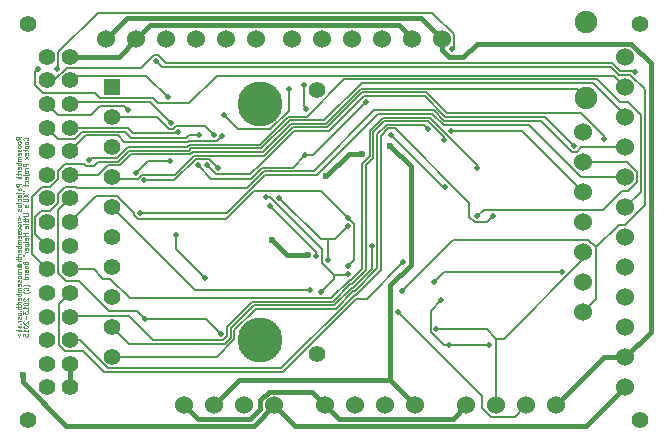
<source format=gbl>
%FSLAX34Y34*%
G04 Gerber Fmt 3.4, Leading zero omitted, Abs format*
G04 (created by PCBNEW (2014-jan-25)-product) date dom 15 jun 2014 08:51:59 CST*
%MOIN*%
G01*
G70*
G90*
G04 APERTURE LIST*
%ADD10C,0.005906*%
%ADD11C,0.002500*%
%ADD12C,0.056000*%
%ADD13C,0.060000*%
%ADD14C,0.075000*%
%ADD15C,0.055118*%
%ADD16R,0.055000X0.055000*%
%ADD17C,0.055000*%
%ADD18C,0.150000*%
%ADD19C,0.020000*%
%ADD20C,0.020079*%
%ADD21C,0.023622*%
%ADD22C,0.006000*%
%ADD23C,0.006008*%
%ADD24C,0.007874*%
%ADD25C,0.017717*%
G04 APERTURE END LIST*
G54D10*
G54D11*
X77250Y-26753D02*
X77178Y-26703D01*
X77250Y-26667D02*
X77100Y-26667D01*
X77100Y-26725D01*
X77107Y-26739D01*
X77114Y-26746D01*
X77128Y-26753D01*
X77150Y-26753D01*
X77164Y-26746D01*
X77171Y-26739D01*
X77178Y-26725D01*
X77178Y-26667D01*
X77250Y-26839D02*
X77243Y-26825D01*
X77236Y-26817D01*
X77221Y-26810D01*
X77178Y-26810D01*
X77164Y-26817D01*
X77157Y-26825D01*
X77150Y-26839D01*
X77150Y-26860D01*
X77157Y-26875D01*
X77164Y-26882D01*
X77178Y-26889D01*
X77221Y-26889D01*
X77236Y-26882D01*
X77243Y-26875D01*
X77250Y-26860D01*
X77250Y-26839D01*
X77250Y-26975D02*
X77243Y-26960D01*
X77236Y-26953D01*
X77221Y-26946D01*
X77178Y-26946D01*
X77164Y-26953D01*
X77157Y-26960D01*
X77150Y-26975D01*
X77150Y-26996D01*
X77157Y-27010D01*
X77164Y-27017D01*
X77178Y-27025D01*
X77221Y-27025D01*
X77236Y-27017D01*
X77243Y-27010D01*
X77250Y-26996D01*
X77250Y-26975D01*
X77243Y-27082D02*
X77250Y-27096D01*
X77250Y-27125D01*
X77243Y-27139D01*
X77228Y-27146D01*
X77221Y-27146D01*
X77207Y-27139D01*
X77200Y-27125D01*
X77200Y-27103D01*
X77193Y-27089D01*
X77178Y-27082D01*
X77171Y-27082D01*
X77157Y-27089D01*
X77150Y-27103D01*
X77150Y-27125D01*
X77157Y-27139D01*
X77243Y-27267D02*
X77250Y-27253D01*
X77250Y-27225D01*
X77243Y-27210D01*
X77228Y-27203D01*
X77171Y-27203D01*
X77157Y-27210D01*
X77150Y-27225D01*
X77150Y-27253D01*
X77157Y-27267D01*
X77171Y-27275D01*
X77186Y-27275D01*
X77200Y-27203D01*
X77250Y-27339D02*
X77150Y-27339D01*
X77164Y-27339D02*
X77157Y-27346D01*
X77150Y-27360D01*
X77150Y-27382D01*
X77157Y-27396D01*
X77171Y-27403D01*
X77250Y-27403D01*
X77171Y-27403D02*
X77157Y-27410D01*
X77150Y-27425D01*
X77150Y-27446D01*
X77157Y-27460D01*
X77171Y-27467D01*
X77250Y-27467D01*
X77250Y-27539D02*
X77100Y-27539D01*
X77157Y-27539D02*
X77150Y-27553D01*
X77150Y-27582D01*
X77157Y-27596D01*
X77164Y-27603D01*
X77178Y-27610D01*
X77221Y-27610D01*
X77236Y-27603D01*
X77243Y-27596D01*
X77250Y-27582D01*
X77250Y-27553D01*
X77243Y-27539D01*
X77243Y-27732D02*
X77250Y-27717D01*
X77250Y-27689D01*
X77243Y-27675D01*
X77228Y-27667D01*
X77171Y-27667D01*
X77157Y-27675D01*
X77150Y-27689D01*
X77150Y-27717D01*
X77157Y-27732D01*
X77171Y-27739D01*
X77186Y-27739D01*
X77200Y-27667D01*
X77250Y-27803D02*
X77150Y-27803D01*
X77178Y-27803D02*
X77164Y-27810D01*
X77157Y-27817D01*
X77150Y-27832D01*
X77150Y-27846D01*
X77150Y-27875D02*
X77150Y-27932D01*
X77100Y-27896D02*
X77228Y-27896D01*
X77243Y-27903D01*
X77250Y-27917D01*
X77250Y-27932D01*
X77250Y-27982D02*
X77100Y-27982D01*
X77250Y-28046D02*
X77171Y-28046D01*
X77157Y-28039D01*
X77150Y-28025D01*
X77150Y-28003D01*
X77157Y-27989D01*
X77164Y-27982D01*
X77250Y-28232D02*
X77100Y-28232D01*
X77100Y-28289D01*
X77107Y-28303D01*
X77114Y-28310D01*
X77128Y-28317D01*
X77150Y-28317D01*
X77164Y-28310D01*
X77171Y-28303D01*
X77178Y-28289D01*
X77178Y-28232D01*
X77250Y-28446D02*
X77171Y-28446D01*
X77157Y-28439D01*
X77150Y-28425D01*
X77150Y-28396D01*
X77157Y-28382D01*
X77243Y-28446D02*
X77250Y-28432D01*
X77250Y-28396D01*
X77243Y-28382D01*
X77228Y-28375D01*
X77214Y-28375D01*
X77200Y-28382D01*
X77193Y-28396D01*
X77193Y-28432D01*
X77186Y-28446D01*
X77250Y-28539D02*
X77243Y-28525D01*
X77228Y-28517D01*
X77100Y-28517D01*
X77250Y-28660D02*
X77171Y-28660D01*
X77157Y-28653D01*
X77150Y-28639D01*
X77150Y-28610D01*
X77157Y-28596D01*
X77243Y-28660D02*
X77250Y-28646D01*
X77250Y-28610D01*
X77243Y-28596D01*
X77228Y-28589D01*
X77214Y-28589D01*
X77200Y-28596D01*
X77193Y-28610D01*
X77193Y-28646D01*
X77186Y-28660D01*
X77243Y-28796D02*
X77250Y-28782D01*
X77250Y-28753D01*
X77243Y-28739D01*
X77236Y-28732D01*
X77221Y-28725D01*
X77178Y-28725D01*
X77164Y-28732D01*
X77157Y-28739D01*
X77150Y-28753D01*
X77150Y-28782D01*
X77157Y-28796D01*
X77250Y-28860D02*
X77150Y-28860D01*
X77100Y-28860D02*
X77107Y-28853D01*
X77114Y-28860D01*
X77107Y-28867D01*
X77100Y-28860D01*
X77114Y-28860D01*
X77250Y-28953D02*
X77243Y-28939D01*
X77236Y-28932D01*
X77221Y-28925D01*
X77178Y-28925D01*
X77164Y-28932D01*
X77157Y-28939D01*
X77150Y-28953D01*
X77150Y-28975D01*
X77157Y-28989D01*
X77164Y-28996D01*
X77178Y-29003D01*
X77221Y-29003D01*
X77236Y-28996D01*
X77243Y-28989D01*
X77250Y-28975D01*
X77250Y-28953D01*
X77243Y-29060D02*
X77250Y-29075D01*
X77250Y-29103D01*
X77243Y-29117D01*
X77228Y-29125D01*
X77221Y-29125D01*
X77207Y-29117D01*
X77200Y-29103D01*
X77200Y-29082D01*
X77193Y-29067D01*
X77178Y-29060D01*
X77171Y-29060D01*
X77157Y-29067D01*
X77150Y-29082D01*
X77150Y-29103D01*
X77157Y-29117D01*
X77150Y-29417D02*
X77193Y-29303D01*
X77236Y-29417D01*
X77250Y-29489D02*
X77150Y-29489D01*
X77178Y-29489D02*
X77164Y-29496D01*
X77157Y-29503D01*
X77150Y-29517D01*
X77150Y-29532D01*
X77250Y-29603D02*
X77243Y-29589D01*
X77236Y-29582D01*
X77221Y-29575D01*
X77178Y-29575D01*
X77164Y-29582D01*
X77157Y-29589D01*
X77150Y-29603D01*
X77150Y-29625D01*
X77157Y-29639D01*
X77164Y-29646D01*
X77178Y-29653D01*
X77221Y-29653D01*
X77236Y-29646D01*
X77243Y-29639D01*
X77250Y-29625D01*
X77250Y-29603D01*
X77250Y-29739D02*
X77243Y-29725D01*
X77236Y-29717D01*
X77221Y-29710D01*
X77178Y-29710D01*
X77164Y-29717D01*
X77157Y-29725D01*
X77150Y-29739D01*
X77150Y-29760D01*
X77157Y-29775D01*
X77164Y-29782D01*
X77178Y-29789D01*
X77221Y-29789D01*
X77236Y-29782D01*
X77243Y-29775D01*
X77250Y-29760D01*
X77250Y-29739D01*
X77243Y-29846D02*
X77250Y-29860D01*
X77250Y-29889D01*
X77243Y-29903D01*
X77228Y-29910D01*
X77221Y-29910D01*
X77207Y-29903D01*
X77200Y-29889D01*
X77200Y-29867D01*
X77193Y-29853D01*
X77178Y-29846D01*
X77171Y-29846D01*
X77157Y-29853D01*
X77150Y-29867D01*
X77150Y-29889D01*
X77157Y-29903D01*
X77243Y-30032D02*
X77250Y-30017D01*
X77250Y-29989D01*
X77243Y-29975D01*
X77228Y-29967D01*
X77171Y-29967D01*
X77157Y-29975D01*
X77150Y-29989D01*
X77150Y-30017D01*
X77157Y-30032D01*
X77171Y-30039D01*
X77186Y-30039D01*
X77200Y-29967D01*
X77250Y-30103D02*
X77150Y-30103D01*
X77164Y-30103D02*
X77157Y-30110D01*
X77150Y-30125D01*
X77150Y-30146D01*
X77157Y-30160D01*
X77171Y-30167D01*
X77250Y-30167D01*
X77171Y-30167D02*
X77157Y-30175D01*
X77150Y-30189D01*
X77150Y-30210D01*
X77157Y-30225D01*
X77171Y-30232D01*
X77250Y-30232D01*
X77250Y-30303D02*
X77100Y-30303D01*
X77157Y-30303D02*
X77150Y-30317D01*
X77150Y-30346D01*
X77157Y-30360D01*
X77164Y-30367D01*
X77178Y-30375D01*
X77221Y-30375D01*
X77236Y-30367D01*
X77243Y-30360D01*
X77250Y-30346D01*
X77250Y-30317D01*
X77243Y-30303D01*
X77243Y-30496D02*
X77250Y-30482D01*
X77250Y-30453D01*
X77243Y-30439D01*
X77228Y-30432D01*
X77171Y-30432D01*
X77157Y-30439D01*
X77150Y-30453D01*
X77150Y-30482D01*
X77157Y-30496D01*
X77171Y-30503D01*
X77186Y-30503D01*
X77200Y-30432D01*
X77250Y-30567D02*
X77150Y-30567D01*
X77178Y-30567D02*
X77164Y-30574D01*
X77157Y-30582D01*
X77150Y-30596D01*
X77150Y-30610D01*
X77150Y-30639D02*
X77150Y-30696D01*
X77100Y-30660D02*
X77228Y-30660D01*
X77243Y-30667D01*
X77250Y-30682D01*
X77250Y-30696D01*
X77250Y-30746D02*
X77100Y-30746D01*
X77250Y-30810D02*
X77171Y-30810D01*
X77157Y-30803D01*
X77150Y-30789D01*
X77150Y-30767D01*
X77157Y-30753D01*
X77164Y-30746D01*
X77178Y-30974D02*
X77171Y-30967D01*
X77164Y-30953D01*
X77164Y-30939D01*
X77171Y-30924D01*
X77178Y-30917D01*
X77193Y-30910D01*
X77207Y-30910D01*
X77221Y-30917D01*
X77228Y-30924D01*
X77236Y-30939D01*
X77236Y-30953D01*
X77228Y-30967D01*
X77221Y-30974D01*
X77164Y-30974D02*
X77221Y-30974D01*
X77228Y-30982D01*
X77228Y-30989D01*
X77221Y-31003D01*
X77207Y-31010D01*
X77171Y-31010D01*
X77150Y-30996D01*
X77136Y-30974D01*
X77128Y-30946D01*
X77136Y-30917D01*
X77150Y-30896D01*
X77171Y-30882D01*
X77200Y-30874D01*
X77228Y-30882D01*
X77250Y-30896D01*
X77264Y-30917D01*
X77271Y-30946D01*
X77264Y-30974D01*
X77250Y-30996D01*
X77250Y-31074D02*
X77150Y-31074D01*
X77178Y-31074D02*
X77164Y-31082D01*
X77157Y-31089D01*
X77150Y-31103D01*
X77150Y-31117D01*
X77250Y-31189D02*
X77243Y-31174D01*
X77236Y-31167D01*
X77221Y-31160D01*
X77178Y-31160D01*
X77164Y-31167D01*
X77157Y-31174D01*
X77150Y-31189D01*
X77150Y-31210D01*
X77157Y-31224D01*
X77164Y-31232D01*
X77178Y-31239D01*
X77221Y-31239D01*
X77236Y-31232D01*
X77243Y-31224D01*
X77250Y-31210D01*
X77250Y-31189D01*
X77250Y-31324D02*
X77243Y-31310D01*
X77236Y-31303D01*
X77221Y-31296D01*
X77178Y-31296D01*
X77164Y-31303D01*
X77157Y-31310D01*
X77150Y-31324D01*
X77150Y-31346D01*
X77157Y-31360D01*
X77164Y-31367D01*
X77178Y-31374D01*
X77221Y-31374D01*
X77236Y-31367D01*
X77243Y-31360D01*
X77250Y-31346D01*
X77250Y-31324D01*
X77243Y-31432D02*
X77250Y-31446D01*
X77250Y-31474D01*
X77243Y-31489D01*
X77228Y-31496D01*
X77221Y-31496D01*
X77207Y-31489D01*
X77200Y-31474D01*
X77200Y-31453D01*
X77193Y-31439D01*
X77178Y-31432D01*
X77171Y-31432D01*
X77157Y-31439D01*
X77150Y-31453D01*
X77150Y-31474D01*
X77157Y-31489D01*
X77243Y-31617D02*
X77250Y-31603D01*
X77250Y-31574D01*
X77243Y-31560D01*
X77228Y-31553D01*
X77171Y-31553D01*
X77157Y-31560D01*
X77150Y-31574D01*
X77150Y-31603D01*
X77157Y-31617D01*
X77171Y-31624D01*
X77186Y-31624D01*
X77200Y-31553D01*
X77250Y-31689D02*
X77150Y-31689D01*
X77164Y-31689D02*
X77157Y-31696D01*
X77150Y-31710D01*
X77150Y-31732D01*
X77157Y-31746D01*
X77171Y-31753D01*
X77250Y-31753D01*
X77171Y-31753D02*
X77157Y-31760D01*
X77150Y-31774D01*
X77150Y-31796D01*
X77157Y-31810D01*
X77171Y-31817D01*
X77250Y-31817D01*
X77250Y-31889D02*
X77100Y-31889D01*
X77157Y-31889D02*
X77150Y-31903D01*
X77150Y-31932D01*
X77157Y-31946D01*
X77164Y-31953D01*
X77178Y-31960D01*
X77221Y-31960D01*
X77236Y-31953D01*
X77243Y-31946D01*
X77250Y-31932D01*
X77250Y-31903D01*
X77243Y-31889D01*
X77243Y-32082D02*
X77250Y-32067D01*
X77250Y-32039D01*
X77243Y-32024D01*
X77228Y-32017D01*
X77171Y-32017D01*
X77157Y-32024D01*
X77150Y-32039D01*
X77150Y-32067D01*
X77157Y-32082D01*
X77171Y-32089D01*
X77186Y-32089D01*
X77200Y-32017D01*
X77250Y-32153D02*
X77150Y-32153D01*
X77178Y-32153D02*
X77164Y-32160D01*
X77157Y-32167D01*
X77150Y-32182D01*
X77150Y-32196D01*
X77150Y-32224D02*
X77150Y-32282D01*
X77100Y-32246D02*
X77228Y-32246D01*
X77243Y-32253D01*
X77250Y-32267D01*
X77250Y-32282D01*
X77250Y-32332D02*
X77100Y-32332D01*
X77250Y-32396D02*
X77171Y-32396D01*
X77157Y-32389D01*
X77150Y-32374D01*
X77150Y-32353D01*
X77157Y-32339D01*
X77164Y-32332D01*
X77236Y-32467D02*
X77243Y-32474D01*
X77250Y-32467D01*
X77243Y-32460D01*
X77236Y-32467D01*
X77250Y-32467D01*
X77150Y-32603D02*
X77250Y-32603D01*
X77150Y-32539D02*
X77228Y-32539D01*
X77243Y-32546D01*
X77250Y-32560D01*
X77250Y-32582D01*
X77243Y-32596D01*
X77236Y-32603D01*
X77243Y-32667D02*
X77250Y-32682D01*
X77250Y-32710D01*
X77243Y-32724D01*
X77228Y-32732D01*
X77221Y-32732D01*
X77207Y-32724D01*
X77200Y-32710D01*
X77200Y-32689D01*
X77193Y-32674D01*
X77178Y-32667D01*
X77171Y-32667D01*
X77157Y-32674D01*
X77150Y-32689D01*
X77150Y-32710D01*
X77157Y-32724D01*
X77250Y-32796D02*
X77150Y-32796D01*
X77178Y-32796D02*
X77164Y-32803D01*
X77157Y-32810D01*
X77150Y-32824D01*
X77150Y-32839D01*
X77236Y-32889D02*
X77243Y-32896D01*
X77250Y-32889D01*
X77243Y-32882D01*
X77236Y-32889D01*
X77250Y-32889D01*
X77243Y-32953D02*
X77250Y-32967D01*
X77250Y-32996D01*
X77243Y-33010D01*
X77228Y-33017D01*
X77221Y-33017D01*
X77207Y-33010D01*
X77200Y-32996D01*
X77200Y-32974D01*
X77193Y-32960D01*
X77178Y-32953D01*
X77171Y-32953D01*
X77157Y-32960D01*
X77150Y-32974D01*
X77150Y-32996D01*
X77157Y-33010D01*
X77250Y-33082D02*
X77100Y-33082D01*
X77250Y-33146D02*
X77171Y-33146D01*
X77157Y-33139D01*
X77150Y-33124D01*
X77150Y-33103D01*
X77157Y-33089D01*
X77164Y-33082D01*
X77150Y-33217D02*
X77193Y-33332D01*
X77236Y-33217D01*
X77471Y-26775D02*
X77478Y-26767D01*
X77485Y-26746D01*
X77485Y-26732D01*
X77478Y-26710D01*
X77463Y-26696D01*
X77449Y-26689D01*
X77421Y-26682D01*
X77399Y-26682D01*
X77371Y-26689D01*
X77356Y-26696D01*
X77342Y-26710D01*
X77335Y-26732D01*
X77335Y-26746D01*
X77342Y-26767D01*
X77349Y-26775D01*
X77485Y-26860D02*
X77478Y-26846D01*
X77471Y-26839D01*
X77456Y-26832D01*
X77413Y-26832D01*
X77399Y-26839D01*
X77392Y-26846D01*
X77385Y-26860D01*
X77385Y-26882D01*
X77392Y-26896D01*
X77399Y-26903D01*
X77413Y-26910D01*
X77456Y-26910D01*
X77471Y-26903D01*
X77478Y-26896D01*
X77485Y-26882D01*
X77485Y-26860D01*
X77385Y-26975D02*
X77535Y-26975D01*
X77392Y-26975D02*
X77385Y-26989D01*
X77385Y-27017D01*
X77392Y-27032D01*
X77399Y-27039D01*
X77413Y-27046D01*
X77456Y-27046D01*
X77471Y-27039D01*
X77478Y-27032D01*
X77485Y-27017D01*
X77485Y-26989D01*
X77478Y-26975D01*
X77385Y-27089D02*
X77385Y-27146D01*
X77335Y-27110D02*
X77463Y-27110D01*
X77478Y-27117D01*
X77485Y-27132D01*
X77485Y-27146D01*
X77478Y-27253D02*
X77485Y-27239D01*
X77485Y-27210D01*
X77478Y-27196D01*
X77463Y-27189D01*
X77406Y-27189D01*
X77392Y-27196D01*
X77385Y-27210D01*
X77385Y-27239D01*
X77392Y-27253D01*
X77406Y-27260D01*
X77421Y-27260D01*
X77435Y-27189D01*
X77485Y-27310D02*
X77385Y-27389D01*
X77385Y-27310D02*
X77485Y-27389D01*
X77485Y-27560D02*
X77335Y-27560D01*
X77335Y-27617D01*
X77342Y-27632D01*
X77349Y-27639D01*
X77363Y-27646D01*
X77385Y-27646D01*
X77399Y-27639D01*
X77406Y-27632D01*
X77413Y-27617D01*
X77413Y-27560D01*
X77485Y-27710D02*
X77385Y-27710D01*
X77413Y-27710D02*
X77399Y-27717D01*
X77392Y-27725D01*
X77385Y-27739D01*
X77385Y-27753D01*
X77485Y-27825D02*
X77478Y-27810D01*
X77471Y-27803D01*
X77456Y-27796D01*
X77413Y-27796D01*
X77399Y-27803D01*
X77392Y-27810D01*
X77385Y-27825D01*
X77385Y-27846D01*
X77392Y-27860D01*
X77399Y-27867D01*
X77413Y-27875D01*
X77456Y-27875D01*
X77471Y-27867D01*
X77478Y-27860D01*
X77485Y-27846D01*
X77485Y-27825D01*
X77385Y-27939D02*
X77513Y-27939D01*
X77528Y-27932D01*
X77535Y-27917D01*
X77535Y-27910D01*
X77335Y-27939D02*
X77342Y-27932D01*
X77349Y-27939D01*
X77342Y-27946D01*
X77335Y-27939D01*
X77349Y-27939D01*
X77478Y-28067D02*
X77485Y-28053D01*
X77485Y-28025D01*
X77478Y-28010D01*
X77463Y-28003D01*
X77406Y-28003D01*
X77392Y-28010D01*
X77385Y-28025D01*
X77385Y-28053D01*
X77392Y-28067D01*
X77406Y-28075D01*
X77421Y-28075D01*
X77435Y-28003D01*
X77478Y-28203D02*
X77485Y-28189D01*
X77485Y-28160D01*
X77478Y-28146D01*
X77471Y-28139D01*
X77456Y-28132D01*
X77413Y-28132D01*
X77399Y-28139D01*
X77392Y-28146D01*
X77385Y-28160D01*
X77385Y-28189D01*
X77392Y-28203D01*
X77385Y-28246D02*
X77385Y-28303D01*
X77335Y-28267D02*
X77463Y-28267D01*
X77478Y-28275D01*
X77485Y-28289D01*
X77485Y-28303D01*
X77335Y-28460D02*
X77363Y-28460D01*
X77335Y-28517D02*
X77363Y-28517D01*
X77335Y-28567D02*
X77485Y-28667D01*
X77335Y-28667D02*
X77485Y-28567D01*
X77335Y-28725D02*
X77456Y-28725D01*
X77471Y-28732D01*
X77478Y-28739D01*
X77485Y-28753D01*
X77485Y-28782D01*
X77478Y-28796D01*
X77471Y-28803D01*
X77456Y-28810D01*
X77335Y-28810D01*
X77335Y-28889D02*
X77363Y-28875D01*
X77478Y-28946D02*
X77485Y-28960D01*
X77485Y-28989D01*
X77478Y-29003D01*
X77463Y-29010D01*
X77456Y-29010D01*
X77442Y-29003D01*
X77435Y-28989D01*
X77435Y-28967D01*
X77428Y-28953D01*
X77413Y-28946D01*
X77406Y-28946D01*
X77392Y-28953D01*
X77385Y-28967D01*
X77385Y-28989D01*
X77392Y-29003D01*
X77485Y-29260D02*
X77485Y-29189D01*
X77335Y-29189D01*
X77485Y-29310D02*
X77385Y-29310D01*
X77335Y-29310D02*
X77342Y-29303D01*
X77349Y-29310D01*
X77342Y-29317D01*
X77335Y-29310D01*
X77349Y-29310D01*
X77385Y-29360D02*
X77385Y-29417D01*
X77335Y-29382D02*
X77463Y-29382D01*
X77478Y-29389D01*
X77485Y-29403D01*
X77485Y-29417D01*
X77385Y-29446D02*
X77385Y-29503D01*
X77335Y-29467D02*
X77463Y-29467D01*
X77478Y-29475D01*
X77485Y-29489D01*
X77485Y-29503D01*
X77485Y-29575D02*
X77478Y-29560D01*
X77463Y-29553D01*
X77335Y-29553D01*
X77478Y-29689D02*
X77485Y-29675D01*
X77485Y-29646D01*
X77478Y-29632D01*
X77463Y-29625D01*
X77406Y-29625D01*
X77392Y-29632D01*
X77385Y-29646D01*
X77385Y-29675D01*
X77392Y-29689D01*
X77406Y-29696D01*
X77421Y-29696D01*
X77435Y-29625D01*
X77485Y-29875D02*
X77335Y-29875D01*
X77406Y-29875D02*
X77406Y-29960D01*
X77485Y-29960D02*
X77335Y-29960D01*
X77478Y-30089D02*
X77485Y-30075D01*
X77485Y-30046D01*
X77478Y-30032D01*
X77463Y-30025D01*
X77406Y-30025D01*
X77392Y-30032D01*
X77385Y-30046D01*
X77385Y-30075D01*
X77392Y-30089D01*
X77406Y-30096D01*
X77421Y-30096D01*
X77435Y-30025D01*
X77485Y-30182D02*
X77478Y-30167D01*
X77463Y-30160D01*
X77335Y-30160D01*
X77385Y-30239D02*
X77535Y-30239D01*
X77392Y-30239D02*
X77385Y-30253D01*
X77385Y-30282D01*
X77392Y-30296D01*
X77399Y-30303D01*
X77413Y-30310D01*
X77456Y-30310D01*
X77471Y-30303D01*
X77478Y-30296D01*
X77485Y-30282D01*
X77485Y-30253D01*
X77478Y-30239D01*
X77478Y-30432D02*
X77485Y-30417D01*
X77485Y-30389D01*
X77478Y-30375D01*
X77463Y-30367D01*
X77406Y-30367D01*
X77392Y-30375D01*
X77385Y-30389D01*
X77385Y-30417D01*
X77392Y-30432D01*
X77406Y-30439D01*
X77421Y-30439D01*
X77435Y-30367D01*
X77485Y-30503D02*
X77385Y-30503D01*
X77413Y-30503D02*
X77399Y-30510D01*
X77392Y-30517D01*
X77385Y-30532D01*
X77385Y-30546D01*
X77335Y-30589D02*
X77363Y-30589D01*
X77335Y-30646D02*
X77363Y-30646D01*
X77406Y-30875D02*
X77413Y-30896D01*
X77421Y-30903D01*
X77435Y-30910D01*
X77456Y-30910D01*
X77471Y-30903D01*
X77478Y-30896D01*
X77485Y-30882D01*
X77485Y-30825D01*
X77335Y-30825D01*
X77335Y-30875D01*
X77342Y-30889D01*
X77349Y-30896D01*
X77363Y-30903D01*
X77378Y-30903D01*
X77392Y-30896D01*
X77399Y-30889D01*
X77406Y-30875D01*
X77406Y-30825D01*
X77485Y-30996D02*
X77478Y-30982D01*
X77471Y-30975D01*
X77456Y-30967D01*
X77413Y-30967D01*
X77399Y-30975D01*
X77392Y-30982D01*
X77385Y-30996D01*
X77385Y-31017D01*
X77392Y-31032D01*
X77399Y-31039D01*
X77413Y-31046D01*
X77456Y-31046D01*
X77471Y-31039D01*
X77478Y-31032D01*
X77485Y-31017D01*
X77485Y-30996D01*
X77485Y-31175D02*
X77406Y-31175D01*
X77392Y-31167D01*
X77385Y-31153D01*
X77385Y-31125D01*
X77392Y-31110D01*
X77478Y-31175D02*
X77485Y-31160D01*
X77485Y-31125D01*
X77478Y-31110D01*
X77463Y-31103D01*
X77449Y-31103D01*
X77435Y-31110D01*
X77428Y-31125D01*
X77428Y-31160D01*
X77421Y-31175D01*
X77485Y-31246D02*
X77385Y-31246D01*
X77413Y-31246D02*
X77399Y-31253D01*
X77392Y-31260D01*
X77385Y-31275D01*
X77385Y-31289D01*
X77485Y-31403D02*
X77335Y-31403D01*
X77478Y-31403D02*
X77485Y-31389D01*
X77485Y-31360D01*
X77478Y-31346D01*
X77471Y-31339D01*
X77456Y-31332D01*
X77413Y-31332D01*
X77399Y-31339D01*
X77392Y-31346D01*
X77385Y-31360D01*
X77385Y-31389D01*
X77392Y-31403D01*
X77542Y-31632D02*
X77535Y-31625D01*
X77513Y-31610D01*
X77499Y-31603D01*
X77478Y-31596D01*
X77442Y-31589D01*
X77413Y-31589D01*
X77378Y-31596D01*
X77356Y-31603D01*
X77342Y-31610D01*
X77321Y-31625D01*
X77313Y-31632D01*
X77471Y-31775D02*
X77478Y-31767D01*
X77485Y-31746D01*
X77485Y-31732D01*
X77478Y-31710D01*
X77463Y-31696D01*
X77449Y-31689D01*
X77421Y-31682D01*
X77399Y-31682D01*
X77371Y-31689D01*
X77356Y-31696D01*
X77342Y-31710D01*
X77335Y-31732D01*
X77335Y-31746D01*
X77342Y-31767D01*
X77349Y-31775D01*
X77542Y-31825D02*
X77535Y-31832D01*
X77513Y-31846D01*
X77499Y-31853D01*
X77478Y-31860D01*
X77442Y-31867D01*
X77413Y-31867D01*
X77378Y-31860D01*
X77356Y-31853D01*
X77342Y-31846D01*
X77321Y-31832D01*
X77313Y-31825D01*
X77349Y-32046D02*
X77342Y-32053D01*
X77335Y-32067D01*
X77335Y-32103D01*
X77342Y-32117D01*
X77349Y-32125D01*
X77363Y-32132D01*
X77378Y-32132D01*
X77399Y-32125D01*
X77485Y-32039D01*
X77485Y-32132D01*
X77335Y-32225D02*
X77335Y-32239D01*
X77342Y-32253D01*
X77349Y-32260D01*
X77363Y-32267D01*
X77392Y-32275D01*
X77428Y-32275D01*
X77456Y-32267D01*
X77471Y-32260D01*
X77478Y-32253D01*
X77485Y-32239D01*
X77485Y-32225D01*
X77478Y-32210D01*
X77471Y-32203D01*
X77456Y-32196D01*
X77428Y-32189D01*
X77392Y-32189D01*
X77363Y-32196D01*
X77349Y-32203D01*
X77342Y-32210D01*
X77335Y-32225D01*
X77485Y-32417D02*
X77485Y-32332D01*
X77485Y-32375D02*
X77335Y-32375D01*
X77356Y-32360D01*
X77371Y-32346D01*
X77378Y-32332D01*
X77335Y-32467D02*
X77335Y-32560D01*
X77392Y-32510D01*
X77392Y-32532D01*
X77399Y-32546D01*
X77406Y-32553D01*
X77421Y-32560D01*
X77456Y-32560D01*
X77471Y-32553D01*
X77478Y-32546D01*
X77485Y-32532D01*
X77485Y-32489D01*
X77478Y-32474D01*
X77471Y-32467D01*
X77428Y-32624D02*
X77428Y-32739D01*
X77349Y-32803D02*
X77342Y-32810D01*
X77335Y-32824D01*
X77335Y-32860D01*
X77342Y-32874D01*
X77349Y-32882D01*
X77363Y-32889D01*
X77378Y-32889D01*
X77399Y-32882D01*
X77485Y-32796D01*
X77485Y-32889D01*
X77335Y-32982D02*
X77335Y-32996D01*
X77342Y-33010D01*
X77349Y-33017D01*
X77363Y-33024D01*
X77392Y-33032D01*
X77428Y-33032D01*
X77456Y-33024D01*
X77471Y-33017D01*
X77478Y-33010D01*
X77485Y-32996D01*
X77485Y-32982D01*
X77478Y-32967D01*
X77471Y-32960D01*
X77456Y-32953D01*
X77428Y-32946D01*
X77392Y-32946D01*
X77363Y-32953D01*
X77349Y-32960D01*
X77342Y-32967D01*
X77335Y-32982D01*
X77485Y-33174D02*
X77485Y-33089D01*
X77485Y-33132D02*
X77335Y-33132D01*
X77356Y-33117D01*
X77371Y-33103D01*
X77378Y-33089D01*
X77335Y-33310D02*
X77335Y-33239D01*
X77406Y-33232D01*
X77399Y-33239D01*
X77392Y-33253D01*
X77392Y-33289D01*
X77399Y-33303D01*
X77406Y-33310D01*
X77421Y-33317D01*
X77456Y-33317D01*
X77471Y-33310D01*
X77478Y-33303D01*
X77485Y-33289D01*
X77485Y-33253D01*
X77478Y-33239D01*
X77471Y-33232D01*
G54D12*
X78107Y-23989D03*
X78893Y-23989D03*
X78107Y-24776D03*
X78893Y-24776D03*
X78107Y-25563D03*
X78893Y-25563D03*
X78107Y-26351D03*
X78893Y-26351D03*
X78107Y-27138D03*
X78893Y-27138D03*
X78107Y-27926D03*
X78893Y-27926D03*
X78107Y-28713D03*
X78893Y-28713D03*
X78107Y-29500D03*
X78893Y-29500D03*
X78107Y-30287D03*
X78893Y-30287D03*
X78107Y-31074D03*
X78893Y-31074D03*
X78107Y-31862D03*
X78893Y-31862D03*
X78107Y-32649D03*
X78893Y-32649D03*
X78107Y-33437D03*
X78893Y-33437D03*
X78107Y-34224D03*
X78893Y-34224D03*
X78107Y-35011D03*
X78893Y-35011D03*
G54D13*
X80100Y-23400D03*
X81100Y-23400D03*
X82100Y-23400D03*
X83100Y-23400D03*
X84100Y-23400D03*
X85100Y-23400D03*
X91300Y-23400D03*
X90300Y-23400D03*
X89300Y-23400D03*
X88300Y-23400D03*
X87300Y-23400D03*
X86300Y-23400D03*
X90400Y-35600D03*
X89400Y-35600D03*
X88400Y-35600D03*
X87400Y-35600D03*
X82700Y-35600D03*
X83700Y-35600D03*
X84700Y-35600D03*
X85700Y-35600D03*
X95100Y-35600D03*
X94100Y-35600D03*
X93100Y-35600D03*
X92100Y-35600D03*
G54D14*
X96100Y-22821D03*
X96100Y-25359D03*
G54D13*
X96000Y-32500D03*
X96000Y-31500D03*
X96000Y-30500D03*
X96000Y-29500D03*
X96000Y-28500D03*
X96000Y-27500D03*
X96000Y-26500D03*
X97400Y-35000D03*
X97400Y-34000D03*
X97400Y-33000D03*
X97400Y-32000D03*
X97400Y-31000D03*
X97400Y-30000D03*
X97400Y-29000D03*
X97400Y-28000D03*
X97400Y-27000D03*
X97400Y-26000D03*
X97400Y-25000D03*
X97400Y-24000D03*
G54D15*
X87109Y-33890D03*
X77500Y-22900D03*
X77500Y-36100D03*
X97900Y-36100D03*
X97900Y-22900D03*
X87109Y-25110D03*
G54D16*
X80298Y-25000D03*
G54D17*
X80298Y-26000D03*
X80298Y-27000D03*
X80298Y-28000D03*
X80298Y-29000D03*
X80298Y-30000D03*
X80298Y-31000D03*
X80298Y-32000D03*
X80298Y-33000D03*
X80298Y-34000D03*
G54D18*
X85221Y-25563D03*
X85221Y-33437D03*
G54D19*
X88759Y-25491D03*
X83142Y-27605D03*
X86733Y-27263D03*
X91269Y-32104D03*
X83396Y-31367D03*
X82411Y-29928D03*
X92870Y-33591D03*
X91389Y-28334D03*
X89588Y-26586D03*
X91536Y-33585D03*
X85869Y-28689D03*
X87493Y-30764D03*
X84031Y-25931D03*
X86187Y-25061D03*
X88161Y-29623D03*
X86760Y-25724D03*
X86673Y-24930D03*
X87094Y-30641D03*
X85562Y-28951D03*
G54D20*
X89995Y-30838D03*
X92457Y-27709D03*
X91351Y-26760D03*
X96699Y-26734D03*
X89823Y-32500D03*
X86902Y-31759D03*
X91106Y-33079D03*
X83939Y-33227D03*
X81403Y-32721D03*
X88154Y-30962D03*
X88160Y-29362D03*
X91591Y-26461D03*
X92472Y-29313D03*
X83702Y-26601D03*
X97738Y-24490D03*
X79526Y-27418D03*
X81219Y-29197D03*
X77821Y-24407D03*
X82142Y-25342D03*
X80819Y-25750D03*
X82247Y-26189D03*
X83174Y-26607D03*
X82498Y-26503D03*
X81086Y-27853D03*
X82234Y-27463D03*
X83963Y-26629D03*
X81365Y-28112D03*
X83823Y-27714D03*
X92990Y-29294D03*
X91627Y-23726D03*
X78459Y-24401D03*
X90813Y-26393D03*
X83441Y-27592D03*
X95699Y-26957D03*
X88944Y-30300D03*
X81758Y-24124D03*
X89952Y-31806D03*
X87262Y-31824D03*
X95296Y-31179D03*
X91021Y-31511D03*
X88146Y-31223D03*
X85411Y-28678D03*
G54D21*
X77308Y-34599D03*
X87435Y-27978D03*
X88631Y-27218D03*
X85617Y-30097D03*
X86816Y-30593D03*
X89564Y-26954D03*
G54D22*
X88759Y-25491D02*
X86987Y-27263D01*
X86987Y-27263D02*
X86733Y-27263D01*
X86733Y-27263D02*
X86311Y-27685D01*
X86311Y-27685D02*
X85301Y-27685D01*
X85301Y-27685D02*
X84935Y-28051D01*
X84935Y-28051D02*
X83588Y-28051D01*
X83588Y-28051D02*
X83142Y-27605D01*
X89588Y-26586D02*
X91336Y-28334D01*
X91336Y-28334D02*
X91389Y-28334D01*
X92870Y-33591D02*
X92864Y-33585D01*
X92864Y-33585D02*
X91536Y-33585D01*
X91269Y-32104D02*
X90915Y-32458D01*
X90915Y-32458D02*
X90915Y-33158D01*
X90915Y-33158D02*
X91342Y-33585D01*
X91342Y-33585D02*
X91536Y-33585D01*
X83396Y-31367D02*
X82411Y-30382D01*
X82411Y-30382D02*
X82411Y-29928D01*
X87493Y-30071D02*
X87251Y-30071D01*
X87251Y-30071D02*
X85869Y-28689D01*
X86187Y-25061D02*
X86187Y-25785D01*
X86187Y-25785D02*
X85568Y-26404D01*
X85568Y-26404D02*
X84505Y-26404D01*
X84505Y-26404D02*
X84031Y-25931D01*
X87493Y-30071D02*
X87714Y-30071D01*
X87714Y-30071D02*
X88161Y-29623D01*
X87493Y-30071D02*
X87493Y-30764D01*
X86673Y-24930D02*
X86673Y-25637D01*
X86673Y-25637D02*
X86760Y-25724D01*
X87094Y-30641D02*
X87094Y-30483D01*
X87094Y-30483D02*
X85562Y-28951D01*
G54D23*
X78892Y-31862D02*
X78522Y-32232D01*
X78522Y-32232D02*
X78522Y-33593D01*
X78522Y-33593D02*
X78736Y-33807D01*
X78736Y-33807D02*
X79334Y-33807D01*
X79334Y-33807D02*
X80021Y-34494D01*
X80021Y-34494D02*
X85987Y-34494D01*
X85987Y-34494D02*
X88433Y-32048D01*
X88433Y-32048D02*
X88786Y-32048D01*
X88786Y-32048D02*
X89995Y-30838D01*
X78892Y-31074D02*
X79676Y-31074D01*
X79676Y-31074D02*
X79992Y-31390D01*
X79992Y-31390D02*
X80231Y-31390D01*
X80231Y-31390D02*
X80873Y-32031D01*
X80873Y-32031D02*
X87600Y-32031D01*
X87600Y-32031D02*
X88208Y-31422D01*
X88208Y-31422D02*
X88249Y-31422D01*
X88249Y-31422D02*
X88620Y-31052D01*
X88620Y-31052D02*
X88620Y-27559D01*
X88620Y-27559D02*
X88875Y-27304D01*
X88875Y-27304D02*
X88875Y-26453D01*
X88875Y-26453D02*
X89307Y-26021D01*
X89307Y-26021D02*
X90882Y-26021D01*
X90882Y-26021D02*
X92457Y-27596D01*
X92457Y-27596D02*
X92457Y-27709D01*
X78892Y-32649D02*
X78907Y-32634D01*
X78907Y-32634D02*
X80852Y-32634D01*
X80852Y-32634D02*
X81650Y-33432D01*
X81650Y-33432D02*
X84004Y-33432D01*
X84004Y-33432D02*
X84131Y-33304D01*
X84131Y-33304D02*
X84131Y-32990D01*
X84131Y-32990D02*
X84970Y-32151D01*
X84970Y-32151D02*
X87649Y-32151D01*
X87649Y-32151D02*
X88234Y-31567D01*
X88234Y-31567D02*
X88275Y-31567D01*
X88275Y-31567D02*
X88740Y-31101D01*
X88740Y-31101D02*
X88740Y-27609D01*
X88740Y-27609D02*
X88995Y-27354D01*
X88995Y-27354D02*
X88995Y-26503D01*
X88995Y-26503D02*
X89357Y-26141D01*
X89357Y-26141D02*
X90832Y-26141D01*
X90832Y-26141D02*
X91351Y-26660D01*
X91351Y-26660D02*
X91351Y-26760D01*
X96699Y-26734D02*
X96699Y-26639D01*
X96699Y-26639D02*
X95925Y-25865D01*
X95925Y-25865D02*
X91445Y-25865D01*
X91445Y-25865D02*
X90761Y-25181D01*
X90761Y-25181D02*
X88630Y-25181D01*
X88630Y-25181D02*
X87469Y-26342D01*
X87469Y-26342D02*
X86310Y-26342D01*
X86310Y-26342D02*
X85371Y-27282D01*
X85371Y-27282D02*
X83027Y-27282D01*
X83027Y-27282D02*
X82387Y-27922D01*
X82387Y-27922D02*
X81286Y-27922D01*
X81286Y-27922D02*
X81146Y-28062D01*
X81146Y-28062D02*
X80360Y-28062D01*
X80360Y-28062D02*
X80297Y-28000D01*
X94100Y-35600D02*
X93707Y-35992D01*
X93707Y-35992D02*
X92939Y-35992D01*
X92939Y-35992D02*
X92633Y-35685D01*
X92633Y-35685D02*
X92633Y-35310D01*
X92633Y-35310D02*
X89823Y-32500D01*
X93100Y-33400D02*
X92779Y-33079D01*
X92779Y-33079D02*
X91106Y-33079D01*
X80297Y-29000D02*
X83057Y-31759D01*
X83057Y-31759D02*
X86902Y-31759D01*
X93100Y-33400D02*
X93345Y-33400D01*
X93345Y-33400D02*
X96000Y-30745D01*
X96000Y-30745D02*
X96000Y-30500D01*
X93100Y-33400D02*
X93100Y-35600D01*
X96100Y-25359D02*
X95802Y-25061D01*
X95802Y-25061D02*
X88580Y-25061D01*
X88580Y-25061D02*
X87419Y-26222D01*
X87419Y-26222D02*
X86260Y-26222D01*
X86260Y-26222D02*
X85321Y-27161D01*
X85321Y-27161D02*
X82977Y-27161D01*
X82977Y-27161D02*
X82897Y-27242D01*
X82897Y-27242D02*
X80912Y-27242D01*
X80912Y-27242D02*
X80540Y-27614D01*
X80540Y-27614D02*
X80151Y-27614D01*
X80151Y-27614D02*
X79839Y-27925D01*
X79839Y-27925D02*
X78892Y-27925D01*
X81403Y-32721D02*
X83432Y-32721D01*
X83432Y-32721D02*
X83939Y-33227D01*
X78892Y-28712D02*
X78500Y-29105D01*
X78500Y-29105D02*
X78500Y-31206D01*
X78500Y-31206D02*
X78743Y-31450D01*
X78743Y-31450D02*
X79200Y-31450D01*
X79200Y-31450D02*
X80206Y-32456D01*
X80206Y-32456D02*
X81139Y-32456D01*
X81139Y-32456D02*
X81403Y-32721D01*
X88160Y-29362D02*
X87261Y-28464D01*
X87261Y-28464D02*
X85032Y-28464D01*
X85032Y-28464D02*
X84104Y-29392D01*
X84104Y-29392D02*
X81140Y-29392D01*
X81140Y-29392D02*
X81028Y-29281D01*
X81028Y-29281D02*
X81028Y-29207D01*
X81028Y-29207D02*
X80454Y-28634D01*
X80454Y-28634D02*
X79758Y-28634D01*
X79758Y-28634D02*
X78892Y-29500D01*
X88160Y-29362D02*
X88170Y-29362D01*
X88170Y-29362D02*
X88364Y-29557D01*
X88364Y-29557D02*
X88364Y-30752D01*
X88364Y-30752D02*
X88154Y-30962D01*
X96000Y-28500D02*
X93961Y-26461D01*
X93961Y-26461D02*
X91591Y-26461D01*
X96000Y-27500D02*
X97455Y-27500D01*
X97455Y-27500D02*
X97792Y-27837D01*
X97792Y-27837D02*
X97792Y-28170D01*
X97792Y-28170D02*
X97505Y-28457D01*
X97505Y-28457D02*
X97282Y-28457D01*
X97282Y-28457D02*
X96643Y-29095D01*
X96643Y-29095D02*
X92689Y-29095D01*
X92689Y-29095D02*
X92472Y-29313D01*
G54D24*
X80297Y-26000D02*
X81775Y-26000D01*
X81775Y-26000D02*
X82175Y-26400D01*
X82175Y-26400D02*
X82319Y-26400D01*
X82319Y-26400D02*
X82420Y-26298D01*
X82420Y-26298D02*
X83399Y-26298D01*
X83399Y-26298D02*
X83702Y-26601D01*
G54D23*
X97738Y-24490D02*
X97698Y-24450D01*
X97698Y-24450D02*
X97216Y-24450D01*
X97216Y-24450D02*
X96966Y-24199D01*
X96966Y-24199D02*
X82102Y-24199D01*
X82102Y-24199D02*
X81837Y-23934D01*
X81837Y-23934D02*
X81679Y-23934D01*
X81679Y-23934D02*
X81254Y-24359D01*
X81254Y-24359D02*
X78778Y-24359D01*
X78778Y-24359D02*
X78362Y-24775D01*
X78362Y-24775D02*
X78107Y-24775D01*
X97400Y-29000D02*
X97912Y-28487D01*
X97912Y-28487D02*
X97912Y-25939D01*
X97912Y-25939D02*
X97473Y-25500D01*
X97473Y-25500D02*
X97232Y-25500D01*
X97232Y-25500D02*
X96467Y-24735D01*
X96467Y-24735D02*
X88033Y-24735D01*
X88033Y-24735D02*
X86786Y-25982D01*
X86786Y-25982D02*
X86161Y-25982D01*
X86161Y-25982D02*
X85221Y-26921D01*
X85221Y-26921D02*
X82878Y-26921D01*
X82878Y-26921D02*
X82797Y-27001D01*
X82797Y-27001D02*
X80812Y-27001D01*
X80812Y-27001D02*
X80447Y-27367D01*
X80447Y-27367D02*
X79578Y-27367D01*
X79578Y-27367D02*
X79526Y-27418D01*
X97400Y-28000D02*
X95917Y-28000D01*
X95917Y-28000D02*
X94187Y-26270D01*
X94187Y-26270D02*
X91340Y-26270D01*
X91340Y-26270D02*
X90970Y-25901D01*
X90970Y-25901D02*
X89140Y-25901D01*
X89140Y-25901D02*
X87116Y-27925D01*
X87116Y-27925D02*
X85401Y-27925D01*
X85401Y-27925D02*
X84129Y-29197D01*
X84129Y-29197D02*
X81219Y-29197D01*
X97400Y-27000D02*
X95934Y-27000D01*
X95934Y-27000D02*
X95778Y-27156D01*
X95778Y-27156D02*
X95620Y-27156D01*
X95620Y-27156D02*
X94586Y-26121D01*
X94586Y-26121D02*
X91361Y-26121D01*
X91361Y-26121D02*
X91020Y-25780D01*
X91020Y-25780D02*
X89036Y-25780D01*
X89036Y-25780D02*
X87011Y-27805D01*
X87011Y-27805D02*
X85351Y-27805D01*
X85351Y-27805D02*
X84782Y-28374D01*
X84782Y-28374D02*
X79110Y-28374D01*
X79110Y-28374D02*
X79078Y-28342D01*
X79078Y-28342D02*
X78739Y-28342D01*
X78739Y-28342D02*
X78500Y-28581D01*
X78500Y-28581D02*
X78500Y-28853D01*
X78500Y-28853D02*
X78224Y-29129D01*
X78224Y-29129D02*
X77931Y-29129D01*
X77931Y-29129D02*
X77733Y-29328D01*
X77733Y-29328D02*
X77733Y-29913D01*
X77733Y-29913D02*
X78107Y-30287D01*
X97400Y-26000D02*
X97400Y-25923D01*
X97400Y-25923D02*
X96331Y-24855D01*
X96331Y-24855D02*
X88616Y-24855D01*
X88616Y-24855D02*
X87369Y-26102D01*
X87369Y-26102D02*
X86210Y-26102D01*
X86210Y-26102D02*
X85271Y-27041D01*
X85271Y-27041D02*
X82927Y-27041D01*
X82927Y-27041D02*
X82847Y-27121D01*
X82847Y-27121D02*
X80862Y-27121D01*
X80862Y-27121D02*
X80490Y-27493D01*
X80490Y-27493D02*
X79807Y-27493D01*
X79807Y-27493D02*
X79677Y-27623D01*
X79677Y-27623D02*
X79424Y-27623D01*
X79424Y-27623D02*
X79355Y-27554D01*
X79355Y-27554D02*
X78731Y-27554D01*
X78731Y-27554D02*
X78497Y-27787D01*
X78497Y-27787D02*
X78497Y-28058D01*
X78497Y-28058D02*
X78237Y-28319D01*
X78237Y-28319D02*
X77965Y-28319D01*
X77965Y-28319D02*
X77608Y-28676D01*
X77608Y-28676D02*
X77608Y-30575D01*
X77608Y-30575D02*
X78107Y-31074D01*
X97400Y-25000D02*
X97015Y-24615D01*
X97015Y-24615D02*
X83780Y-24615D01*
X83780Y-24615D02*
X82860Y-25535D01*
X82860Y-25535D02*
X81821Y-25535D01*
X81821Y-25535D02*
X81651Y-25365D01*
X81651Y-25365D02*
X79905Y-25365D01*
X79905Y-25365D02*
X79733Y-25192D01*
X79733Y-25192D02*
X77980Y-25192D01*
X77980Y-25192D02*
X77716Y-24928D01*
X77716Y-24928D02*
X77716Y-24512D01*
X77716Y-24512D02*
X77821Y-24407D01*
X82142Y-25342D02*
X81432Y-24632D01*
X81432Y-24632D02*
X79036Y-24632D01*
X79036Y-24632D02*
X78892Y-24775D01*
X80819Y-25750D02*
X80700Y-25630D01*
X80700Y-25630D02*
X79900Y-25630D01*
X79900Y-25630D02*
X79597Y-25933D01*
X79597Y-25933D02*
X78477Y-25933D01*
X78477Y-25933D02*
X78107Y-25562D01*
X78892Y-25562D02*
X78945Y-25510D01*
X78945Y-25510D02*
X81568Y-25510D01*
X81568Y-25510D02*
X82247Y-26189D01*
X83174Y-26607D02*
X82851Y-26607D01*
X82851Y-26607D02*
X82762Y-26697D01*
X82762Y-26697D02*
X80919Y-26697D01*
X80919Y-26697D02*
X80712Y-26490D01*
X80712Y-26490D02*
X79277Y-26490D01*
X79277Y-26490D02*
X79047Y-26721D01*
X79047Y-26721D02*
X78477Y-26721D01*
X78477Y-26721D02*
X78107Y-26350D01*
X82498Y-26503D02*
X82472Y-26529D01*
X82472Y-26529D02*
X80976Y-26529D01*
X80976Y-26529D02*
X80817Y-26370D01*
X80817Y-26370D02*
X78912Y-26370D01*
X78912Y-26370D02*
X78892Y-26350D01*
X81086Y-27853D02*
X81475Y-27463D01*
X81475Y-27463D02*
X82234Y-27463D01*
X83963Y-26629D02*
X83790Y-26801D01*
X83790Y-26801D02*
X82828Y-26801D01*
X82828Y-26801D02*
X82812Y-26817D01*
X82812Y-26817D02*
X80694Y-26817D01*
X80694Y-26817D02*
X80491Y-26614D01*
X80491Y-26614D02*
X79416Y-26614D01*
X79416Y-26614D02*
X78892Y-27137D01*
X81365Y-28112D02*
X82366Y-28112D01*
X82366Y-28112D02*
X83077Y-27402D01*
X83077Y-27402D02*
X83531Y-27402D01*
X83531Y-27402D02*
X83823Y-27694D01*
X83823Y-27694D02*
X83823Y-27714D01*
X78892Y-33437D02*
X79211Y-33437D01*
X79211Y-33437D02*
X80148Y-34374D01*
X80148Y-34374D02*
X85937Y-34374D01*
X85937Y-34374D02*
X88383Y-31927D01*
X88383Y-31927D02*
X88424Y-31927D01*
X88424Y-31927D02*
X89255Y-31096D01*
X89255Y-31096D02*
X89255Y-26627D01*
X89255Y-26627D02*
X89501Y-26381D01*
X89501Y-26381D02*
X89715Y-26381D01*
X89715Y-26381D02*
X92197Y-28864D01*
X92197Y-28864D02*
X92197Y-29321D01*
X92197Y-29321D02*
X92382Y-29507D01*
X92382Y-29507D02*
X92777Y-29507D01*
X92777Y-29507D02*
X92990Y-29294D01*
X78459Y-24401D02*
X78500Y-24361D01*
X78500Y-24361D02*
X78500Y-23830D01*
X78500Y-23830D02*
X79814Y-22516D01*
X79814Y-22516D02*
X90968Y-22516D01*
X90968Y-22516D02*
X91692Y-23240D01*
X91692Y-23240D02*
X91692Y-23661D01*
X91692Y-23661D02*
X91627Y-23726D01*
X90813Y-26393D02*
X90681Y-26261D01*
X90681Y-26261D02*
X89448Y-26261D01*
X89448Y-26261D02*
X89135Y-26575D01*
X89135Y-26575D02*
X89135Y-31047D01*
X89135Y-31047D02*
X88374Y-31807D01*
X88374Y-31807D02*
X88333Y-31807D01*
X88333Y-31807D02*
X87749Y-32392D01*
X87749Y-32392D02*
X85077Y-32392D01*
X85077Y-32392D02*
X84372Y-33096D01*
X84372Y-33096D02*
X84372Y-33403D01*
X84372Y-33403D02*
X83776Y-34000D01*
X83776Y-34000D02*
X80297Y-34000D01*
X95699Y-26957D02*
X94730Y-25988D01*
X94730Y-25988D02*
X91398Y-25988D01*
X91398Y-25988D02*
X90711Y-25301D01*
X90711Y-25301D02*
X88680Y-25301D01*
X88680Y-25301D02*
X87518Y-26463D01*
X87518Y-26463D02*
X86360Y-26463D01*
X86360Y-26463D02*
X85258Y-27565D01*
X85258Y-27565D02*
X85251Y-27565D01*
X85251Y-27565D02*
X84902Y-27914D01*
X84902Y-27914D02*
X83744Y-27914D01*
X83744Y-27914D02*
X83441Y-27612D01*
X83441Y-27612D02*
X83441Y-27592D01*
X80297Y-33000D02*
X80850Y-33552D01*
X80850Y-33552D02*
X84053Y-33552D01*
X84053Y-33552D02*
X84252Y-33354D01*
X84252Y-33354D02*
X84252Y-33040D01*
X84252Y-33040D02*
X85020Y-32271D01*
X85020Y-32271D02*
X87699Y-32271D01*
X87699Y-32271D02*
X88284Y-31687D01*
X88284Y-31687D02*
X88324Y-31687D01*
X88324Y-31687D02*
X88944Y-31067D01*
X88944Y-31067D02*
X88944Y-30300D01*
G54D24*
X96421Y-30345D02*
X97183Y-29583D01*
X97183Y-29583D02*
X97402Y-29583D01*
X97402Y-29583D02*
X98042Y-28944D01*
X98042Y-28944D02*
X98042Y-25077D01*
X98042Y-25077D02*
X97558Y-24592D01*
X97558Y-24592D02*
X97176Y-24592D01*
X97176Y-24592D02*
X96912Y-24329D01*
X96912Y-24329D02*
X81962Y-24329D01*
X81962Y-24329D02*
X81758Y-24124D01*
X96421Y-30345D02*
X96172Y-30096D01*
X96172Y-30096D02*
X91662Y-30096D01*
X91662Y-30096D02*
X89952Y-31806D01*
X96000Y-32500D02*
X96421Y-32078D01*
X96421Y-32078D02*
X96421Y-30345D01*
X87700Y-31256D02*
X87294Y-30850D01*
X87294Y-30850D02*
X87294Y-30401D01*
X87294Y-30401D02*
X85571Y-28678D01*
X85571Y-28678D02*
X85411Y-28678D01*
X87700Y-31256D02*
X88113Y-31256D01*
X88113Y-31256D02*
X88146Y-31223D01*
X87700Y-31256D02*
X87700Y-31386D01*
X87700Y-31386D02*
X87262Y-31824D01*
X91021Y-31511D02*
X91354Y-31179D01*
X91354Y-31179D02*
X95296Y-31179D01*
G54D25*
X85700Y-35600D02*
X85009Y-36290D01*
X85009Y-36290D02*
X78752Y-36290D01*
X78752Y-36290D02*
X77308Y-34846D01*
X77308Y-34846D02*
X77308Y-34599D01*
X85700Y-35600D02*
X86394Y-36294D01*
X86394Y-36294D02*
X96105Y-36294D01*
X96105Y-36294D02*
X97400Y-35000D01*
X87435Y-27978D02*
X88196Y-27218D01*
X88196Y-27218D02*
X88631Y-27218D01*
X78892Y-35010D02*
X78892Y-34224D01*
X92100Y-35600D02*
X91642Y-36057D01*
X91642Y-36057D02*
X87857Y-36057D01*
X87857Y-36057D02*
X87400Y-35600D01*
X78892Y-23989D02*
X80510Y-23989D01*
X80510Y-23989D02*
X81100Y-23400D01*
X87400Y-35600D02*
X86951Y-35151D01*
X86951Y-35151D02*
X85514Y-35151D01*
X85514Y-35151D02*
X85224Y-35440D01*
X85224Y-35440D02*
X85224Y-35718D01*
X85224Y-35718D02*
X84889Y-36053D01*
X84889Y-36053D02*
X83153Y-36053D01*
X83153Y-36053D02*
X82700Y-35600D01*
X90300Y-23400D02*
X89843Y-22943D01*
X89843Y-22943D02*
X81556Y-22943D01*
X81556Y-22943D02*
X81100Y-23400D01*
X91300Y-23400D02*
X91300Y-23776D01*
X91300Y-23776D02*
X91514Y-23990D01*
X91514Y-23990D02*
X92001Y-23990D01*
X92001Y-23990D02*
X92443Y-23548D01*
X92443Y-23548D02*
X97600Y-23548D01*
X97600Y-23548D02*
X98241Y-24189D01*
X98241Y-24189D02*
X98241Y-33158D01*
X98241Y-33158D02*
X97400Y-34000D01*
X85617Y-30097D02*
X86114Y-30593D01*
X86114Y-30593D02*
X86816Y-30593D01*
X95100Y-35600D02*
X96700Y-34000D01*
X96700Y-34000D02*
X97400Y-34000D01*
X91300Y-23400D02*
X90598Y-22698D01*
X90598Y-22698D02*
X80801Y-22698D01*
X80801Y-22698D02*
X80100Y-23400D01*
X89572Y-34772D02*
X89572Y-31614D01*
X89572Y-31614D02*
X90244Y-30942D01*
X90244Y-30942D02*
X90244Y-27634D01*
X90244Y-27634D02*
X89564Y-26954D01*
X90400Y-35600D02*
X89572Y-34772D01*
X89572Y-34772D02*
X84527Y-34772D01*
X84527Y-34772D02*
X83700Y-35600D01*
M02*

</source>
